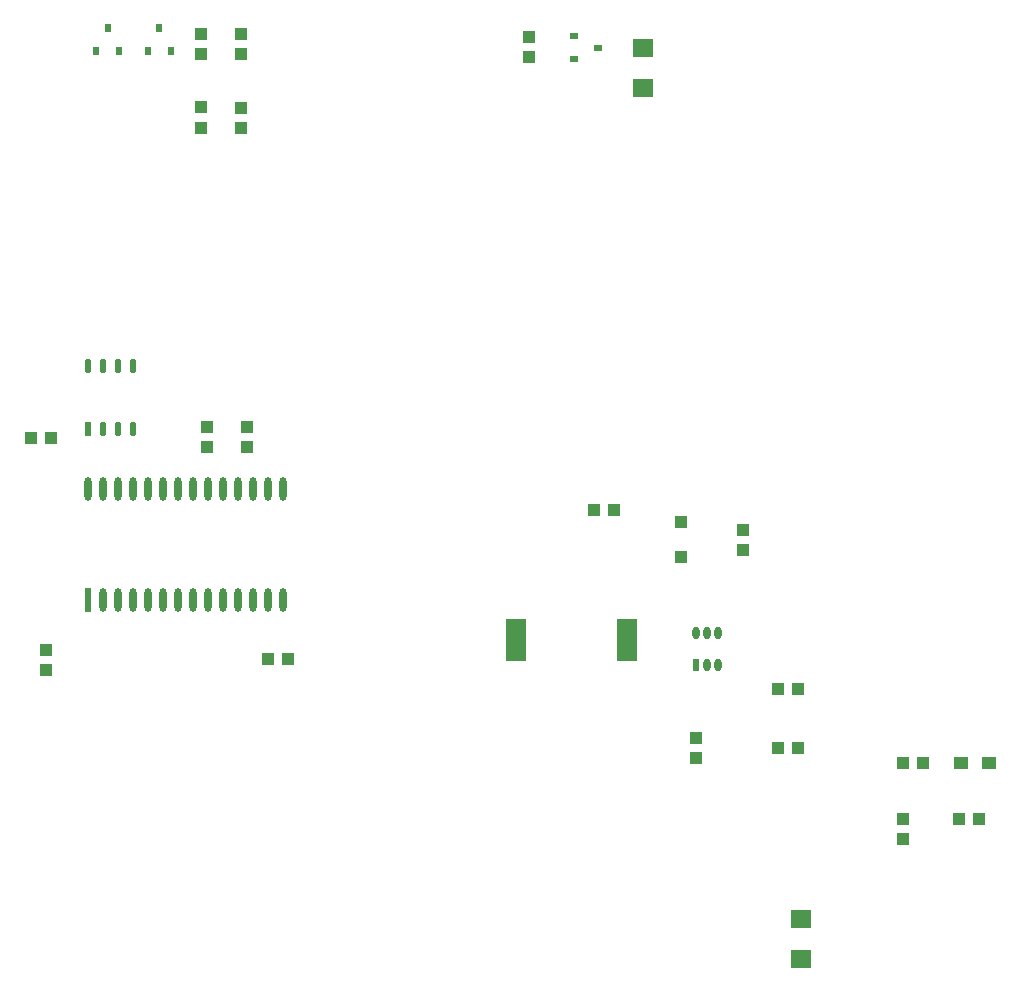
<source format=gtp>
%FSLAX44Y44*%
%MOMM*%
G71*
G01*
G75*
G04 Layer_Color=8421504*
%ADD10R,1.1000X1.0000*%
%ADD11R,1.2500X1.1000*%
%ADD12R,1.0000X1.1000*%
%ADD13R,0.6000X0.7000*%
%ADD14O,0.6000X2.0000*%
%ADD15R,0.6000X2.0000*%
%ADD16R,1.6800X1.5200*%
%ADD17R,0.7000X0.6000*%
%ADD18O,0.5100X1.2700*%
%ADD19R,0.5100X1.2700*%
%ADD20R,1.7800X3.5600*%
%ADD21R,1.1000X1.1000*%
%ADD22R,0.6000X1.1000*%
%ADD23O,0.6000X1.1000*%
%ADD24C,0.5000*%
%ADD25C,0.2540*%
%ADD26C,0.2000*%
%ADD27C,0.3000*%
%ADD28C,0.6000*%
%ADD29C,1.0000*%
%ADD30C,1.5000*%
%ADD31C,2.0000*%
%ADD32C,2.6000*%
%ADD33R,2.0000X2.0000*%
%ADD34C,2.0000*%
%ADD35C,1.1000*%
%ADD36C,1.5240*%
%ADD37R,2.0000X2.0000*%
%ADD38C,4.5000*%
%ADD39C,5.0000*%
%ADD40C,0.4000*%
%ADD41C,0.7000*%
%ADD42C,1.0000*%
%ADD43C,0.1000*%
D10*
X823540Y196000D02*
D03*
X840540D02*
D03*
X871020Y149010D02*
D03*
X888020D02*
D03*
X734821Y258850D02*
D03*
X717821D02*
D03*
X717821Y208600D02*
D03*
X734821D02*
D03*
X285750Y284480D02*
D03*
X302750D02*
D03*
X85250Y471250D02*
D03*
X102250D02*
D03*
X579071Y410000D02*
D03*
X562071D02*
D03*
D11*
X872920Y196000D02*
D03*
X896420D02*
D03*
D12*
X823540Y148630D02*
D03*
Y131630D02*
D03*
X506912Y793622D02*
D03*
Y810622D02*
D03*
X263379Y813548D02*
D03*
Y796548D02*
D03*
X229382Y813548D02*
D03*
Y796548D02*
D03*
X263379Y750570D02*
D03*
Y733570D02*
D03*
X229382Y751058D02*
D03*
Y734058D02*
D03*
X234315Y480550D02*
D03*
Y463550D02*
D03*
X268605D02*
D03*
Y480550D02*
D03*
X97790Y275100D02*
D03*
Y292100D02*
D03*
X648321Y200100D02*
D03*
Y217100D02*
D03*
X688321Y393500D02*
D03*
Y376500D02*
D03*
D13*
X184615Y798532D02*
D03*
X203615D02*
D03*
X194115Y818532D02*
D03*
X140849Y798532D02*
D03*
X159849D02*
D03*
X150349Y818532D02*
D03*
D14*
X298450Y428000D02*
D03*
X285750D02*
D03*
X273050D02*
D03*
X260350D02*
D03*
X247650D02*
D03*
X234950D02*
D03*
X222250D02*
D03*
X209550D02*
D03*
X196850D02*
D03*
X184150D02*
D03*
X171450D02*
D03*
X158750D02*
D03*
X146050D02*
D03*
X133350D02*
D03*
X298450Y334000D02*
D03*
X285750D02*
D03*
X273050D02*
D03*
X260350D02*
D03*
X247650D02*
D03*
X234950D02*
D03*
X222250D02*
D03*
X209550D02*
D03*
X196850D02*
D03*
X184150D02*
D03*
X171450D02*
D03*
X158750D02*
D03*
X146050D02*
D03*
D15*
X133350D02*
D03*
D16*
X603652Y767188D02*
D03*
Y801688D02*
D03*
X737000Y64250D02*
D03*
Y29750D02*
D03*
D17*
X545552Y811188D02*
D03*
Y792188D02*
D03*
X565552Y801688D02*
D03*
D18*
X171450Y531810D02*
D03*
X158750D02*
D03*
X146050D02*
D03*
X133350D02*
D03*
X171450Y479110D02*
D03*
X158750D02*
D03*
X146050D02*
D03*
D19*
X133350D02*
D03*
D20*
X589821Y299850D02*
D03*
X495821D02*
D03*
D21*
X635821Y370850D02*
D03*
Y399850D02*
D03*
D22*
X648321Y279350D02*
D03*
D23*
X657821D02*
D03*
X667321D02*
D03*
X648321Y306350D02*
D03*
X657821D02*
D03*
X667321D02*
D03*
M02*

</source>
